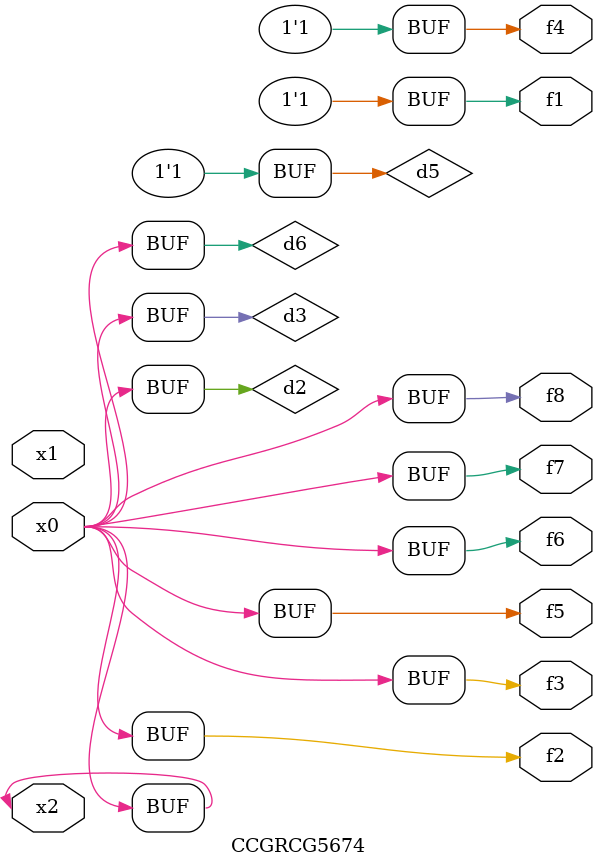
<source format=v>
module CCGRCG5674(
	input x0, x1, x2,
	output f1, f2, f3, f4, f5, f6, f7, f8
);

	wire d1, d2, d3, d4, d5, d6;

	xnor (d1, x2);
	buf (d2, x0, x2);
	and (d3, x0);
	xnor (d4, x1, x2);
	nand (d5, d1, d3);
	buf (d6, d2, d3);
	assign f1 = d5;
	assign f2 = d6;
	assign f3 = d6;
	assign f4 = d5;
	assign f5 = d6;
	assign f6 = d6;
	assign f7 = d6;
	assign f8 = d6;
endmodule

</source>
